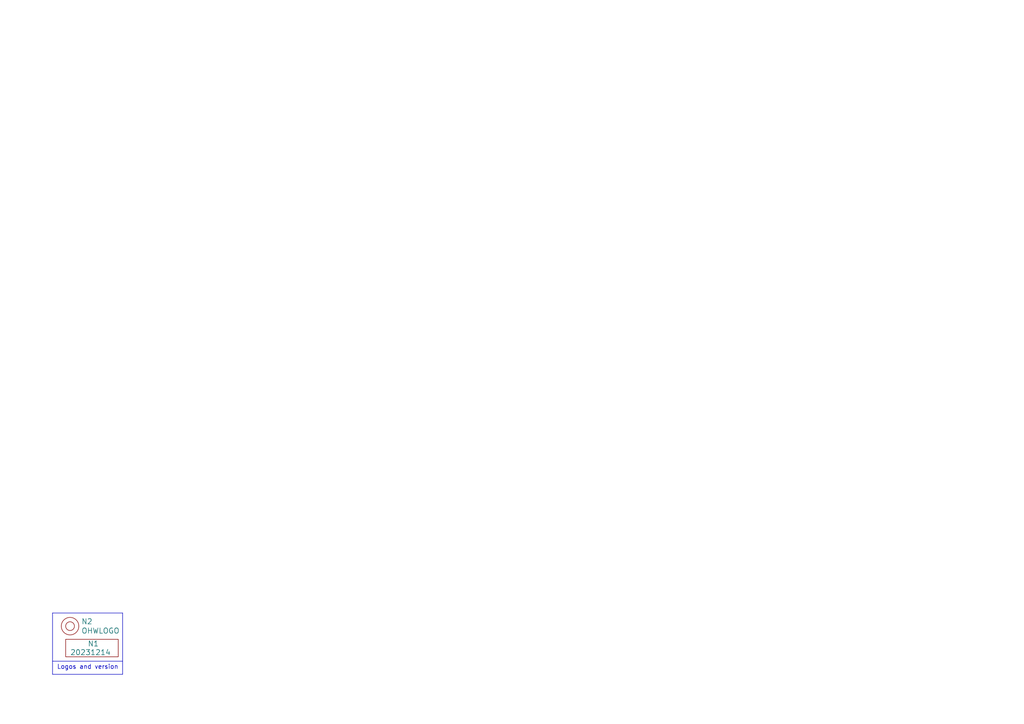
<source format=kicad_sch>
(kicad_sch (version 20230121) (generator eeschema)
  (paper "A4")
  (lib_symbols
    (symbol "SquantorLabels:OHWLOGO" (pin_names (offset 1.016))
      (property "Reference" "N" (at 0 3.81 0))
      (property "Value" "OHWLOGO" (at 0 -3.81 0))
      (symbol "OHWLOGO_0_1"
        (circle (center 0 0) (radius 1.27))
        (circle (center 0 0) (radius 2.54))
      )
    )
    (symbol "SquantorLabels:VYYYYMMDD" (pin_names (offset 1.016))
      (property "Reference" "N" (at 0 2.54 0))
      (property "Value" "VYYYYMMDD" (at 0 0 0))
      (symbol "VYYYYMMDD_0_1"
        (rectangle (start 7.62 -1.27) (end -7.62 3.81))
      )
    )
  )
  (polyline (pts (xy 15.24 177.8) (xy 15.24 195.58)))
  (polyline (pts (xy 35.56 177.8) (xy 15.24 177.8)))
  (polyline (pts (xy 35.56 195.58) (xy 35.56 177.8)))
  (polyline (pts (xy 15.24 195.58) (xy 35.56 195.58)))
  (polyline (pts (xy 15.24 191.77) (xy 35.56 191.77)))
  (text "Logos and version" (at 16.51 194.31 0) (effects (font (size 1.27 1.27)) (justify left bottom)))
  (symbol (lib_id "SquantorLabels:VYYYYMMDD") (at 26.67 189.23 0) (unit 1)
    (property "Reference" "N1" (at 25.4 186.69 0) (effects (font (size 1.524 1.524)) (justify left)))
    (property "Value" "20231214" (at 20.32 189.23 0) (effects (font (size 1.524 1.524)) (justify left)))
    (property "Footprint" "SquantorLabels:Label_Generic" (effects hide))
  )
  (symbol (lib_id "SquantorLabels:OHWLOGO") (at 20.32 181.61 0) (unit 1)
    (property "Reference" "N2" (at 23.5712 180.2638 0) (effects (font (size 1.524 1.524)) (justify left)))
    (property "Value" "OHWLOGO" (at 23.5712 182.9562 0) (effects (font (size 1.524 1.524)) (justify left)))
    (property "Footprint" "Symbol:OSHW-Symbol_6.7x6mm_SilkScreen" (effects hide))
  )
)
</source>
